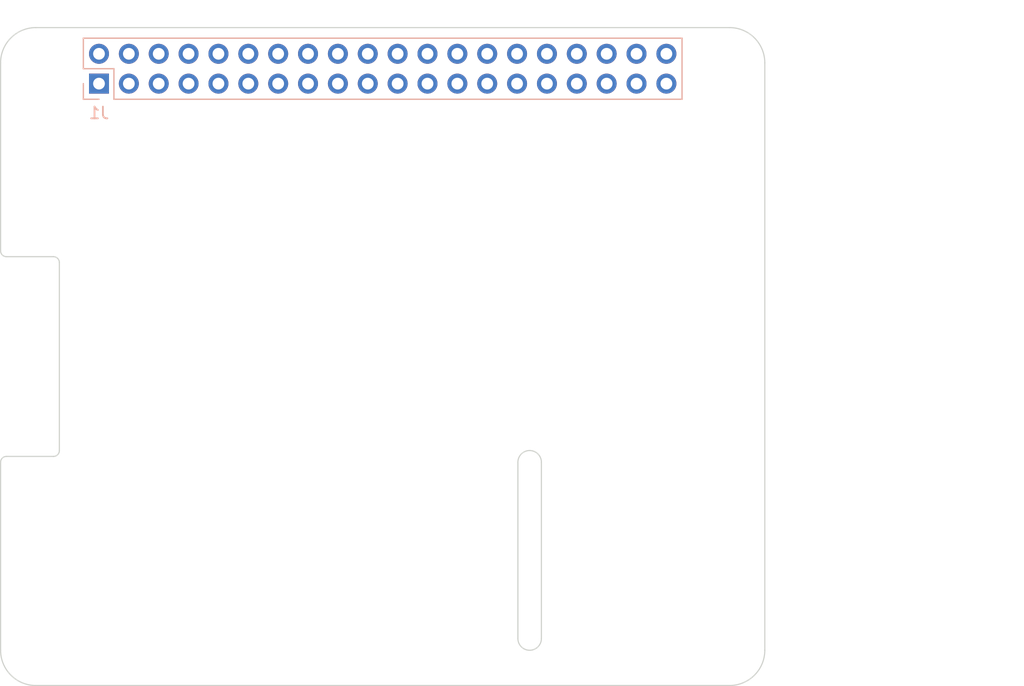
<source format=kicad_pcb>
(kicad_pcb (version 20221018) (generator pcbnew)
  (title_block (date "15 nov 2012"))
  (layers (0 "F.Cu" signal) (31 "B.Cu" signal) (34 "B.Paste" user) (35 "F.Paste" user) (36 "B.SilkS" user "B.Silkscreen") (37 "F.SilkS" user "F.Silkscreen") (38 "B.Mask" user) (39 "F.Mask" user) (44 "Edge.Cuts" user))
  (net 0 "")
  (net 1 "GND")
  (net 2 "/GPIO2{slash}SDA1")
  (net 3 "/GPIO3{slash}SCL1")
  (net 4 "/GPIO4{slash}GPCLK0")
  (net 5 "/GPIO14{slash}TXD0")
  (net 6 "/GPIO15{slash}RXD0")
  (net 7 "/GPIO17")
  (net 8 "/GPIO18{slash}PCM.CLK")
  (net 9 "/GPIO27")
  (net 10 "/GPIO22")
  (net 11 "/GPIO23")
  (net 12 "/GPIO24")
  (net 13 "/GPIO10{slash}SPI0.MOSI")
  (net 14 "/GPIO9{slash}SPI0.MISO")
  (net 15 "/GPIO25")
  (net 16 "/GPIO11{slash}SPI0.SCLK")
  (net 17 "/GPIO8{slash}SPI0.CE0")
  (net 18 "/GPIO7{slash}SPI0.CE1")
  (net 19 "/ID_SDA")
  (net 20 "/ID_SCL")
  (net 21 "/GPIO5")
  (net 22 "/GPIO6")
  (net 23 "/GPIO12{slash}PWM0")
  (net 24 "/GPIO13{slash}PWM1")
  (net 25 "/GPIO19{slash}PCM.FS")
  (net 26 "/GPIO16")
  (net 27 "/GPIO26")
  (net 28 "/GPIO20{slash}PCM.DIN")
  (net 29 "/GPIO21{slash}PCM.DOUT")
  (net 30 "+5V")
  (net 31 "+3V3")
  (footprint "MountingHole:MountingHole_2.7mm_M2.5" (layer "F.Cu") (at 161.5 47.5)
    (fp_text reference "MH2" hide)
    (fp_text value "MountingHole_2.7mm_M2.5" hide)
    (pad "" np_thru_hole circle locked (at 0 0) (size 2.7 2.7) (drill 2.7) (layers "*.Cu" "*.Mask"))
  )
  (footprint "MountingHole:MountingHole_2.7mm_M2.5" (layer "F.Cu") (at 103.5 96.5)
    (fp_text reference "MH3" hide)
    (fp_text value "MountingHole_2.7mm_M2.5" hide)
    (pad "" np_thru_hole circle locked (at 0 0) (size 2.7 2.7) (drill 2.7) (layers "*.Cu" "*.Mask"))
  )
  (footprint "MountingHole:MountingHole_2.7mm_M2.5" (layer "F.Cu") (at 103.5 47.5)
    (fp_text reference "MH1" hide)
    (fp_text value "MountingHole_2.7mm_M2.5" hide)
    (pad "" np_thru_hole circle locked (at 0 0) (size 2.7 2.7) (drill 2.7) (layers "*.Cu" "*.Mask"))
  )
  (footprint "MountingHole:MountingHole_2.7mm_M2.5" (layer "F.Cu") (at 161.5 96.5)
    (fp_text reference "MH4" hide)
    (fp_text value "MountingHole_2.7mm_M2.5" hide)
    (pad "" np_thru_hole circle locked (at 0 0) (size 2.7 2.7) (drill 2.7) (layers "*.Cu" "*.Mask"))
  )
  (footprint "Connector_PinSocket_2.54mm:PinSocket_2x20_P2.54mm_Vertical" (layer "B.Cu") (at 108.37 48.77 -90)
    (fp_text reference "J1" (at 2.5 0) (layer "B.SilkS") (effects (justify mirror)))
    (fp_text value "GPIO")
    (fp_line (start -3.87 -49.59) (end 1.33 -49.59) (stroke (width 0.12)) (layer "B.SilkS"))
    (fp_line (start -3.87 1.33) (end -3.87 -49.59) (stroke (width 0.12)) (layer "B.SilkS"))
    (fp_line (start -3.87 1.33) (end -1.27 1.33) (stroke (width 0.12)) (layer "B.SilkS"))
    (fp_line (start -1.27 -1.27) (end 1.33 -1.27) (stroke (width 0.12)) (layer "B.SilkS"))
    (fp_line (start -1.27 1.33) (end -1.27 -1.27) (stroke (width 0.12)) (layer "B.SilkS"))
    (fp_line (start 0 1.33) (end 1.33 1.33) (stroke (width 0.12)) (layer "B.SilkS"))
    (fp_line (start 1.33 -1.27) (end 1.33 -49.59) (stroke (width 0.12)) (layer "B.SilkS"))
    (fp_line (start 1.33 1.33) (end 1.33 0) (stroke (width 0.12)) (layer "B.SilkS"))
    (pad "1" thru_hole rect (at 0 0 270) (size 1.7 1.7) (drill 1) (layers "*.Cu" "*.Mask") (net 31 "+3V3"))
    (pad "2" thru_hole oval (at -2.54 0 270) (size 1.7 1.7) (drill 1) (layers "*.Cu" "*.Mask") (net 30 "+5V"))
    (pad "3" thru_hole oval (at 0 -2.54 270) (size 1.7 1.7) (drill 1) (layers "*.Cu" "*.Mask") (net 2 "/GPIO2{slash}SDA1"))
    (pad "4" thru_hole oval (at -2.54 -2.54 270) (size 1.7 1.7) (drill 1) (layers "*.Cu" "*.Mask") (net 30 "+5V"))
    (pad "5" thru_hole oval (at 0 -5.08 270) (size 1.7 1.7) (drill 1) (layers "*.Cu" "*.Mask") (net 3 "/GPIO3{slash}SCL1"))
    (pad "6" thru_hole oval (at -2.54 -5.08 270) (size 1.7 1.7) (drill 1) (layers "*.Cu" "*.Mask") (net 1 "GND"))
    (pad "7" thru_hole oval (at 0 -7.62 270) (size 1.7 1.7) (drill 1) (layers "*.Cu" "*.Mask") (net 4 "/GPIO4{slash}GPCLK0"))
    (pad "8" thru_hole oval (at -2.54 -7.62 270) (size 1.7 1.7) (drill 1) (layers "*.Cu" "*.Mask") (net 5 "/GPIO14{slash}TXD0"))
    (pad "9" thru_hole oval (at 0 -10.16 270) (size 1.7 1.7) (drill 1) (layers "*.Cu" "*.Mask") (net 1 "GND"))
    (pad "10" thru_hole oval (at -2.54 -10.16 270) (size 1.7 1.7) (drill 1) (layers "*.Cu" "*.Mask") (net 6 "/GPIO15{slash}RXD0"))
    (pad "11" thru_hole oval (at 0 -12.7 270) (size 1.7 1.7) (drill 1) (layers "*.Cu" "*.Mask") (net 7 "/GPIO17"))
    (pad "12" thru_hole oval (at -2.54 -12.7 270) (size 1.7 1.7) (drill 1) (layers "*.Cu" "*.Mask") (net 8 "/GPIO18{slash}PCM.CLK"))
    (pad "13" thru_hole oval (at 0 -15.24 270) (size 1.7 1.7) (drill 1) (layers "*.Cu" "*.Mask") (net 9 "/GPIO27"))
    (pad "14" thru_hole oval (at -2.54 -15.24 270) (size 1.7 1.7) (drill 1) (layers "*.Cu" "*.Mask") (net 1 "GND"))
    (pad "15" thru_hole oval (at 0 -17.78 270) (size 1.7 1.7) (drill 1) (layers "*.Cu" "*.Mask") (net 10 "/GPIO22"))
    (pad "16" thru_hole oval (at -2.54 -17.78 270) (size 1.7 1.7) (drill 1) (layers "*.Cu" "*.Mask") (net 11 "/GPIO23"))
    (pad "17" thru_hole oval (at 0 -20.32 270) (size 1.7 1.7) (drill 1) (layers "*.Cu" "*.Mask") (net 31 "+3V3"))
    (pad "18" thru_hole oval (at -2.54 -20.32 270) (size 1.7 1.7) (drill 1) (layers "*.Cu" "*.Mask") (net 12 "/GPIO24"))
    (pad "19" thru_hole oval (at 0 -22.86 270) (size 1.7 1.7) (drill 1) (layers "*.Cu" "*.Mask") (net 13 "/GPIO10{slash}SPI0.MOSI"))
    (pad "20" thru_hole oval (at -2.54 -22.86 270) (size 1.7 1.7) (drill 1) (layers "*.Cu" "*.Mask") (net 1 "GND"))
    (pad "21" thru_hole oval (at 0 -25.4 270) (size 1.7 1.7) (drill 1) (layers "*.Cu" "*.Mask") (net 14 "/GPIO9{slash}SPI0.MISO"))
    (pad "22" thru_hole oval (at -2.54 -25.4 270) (size 1.7 1.7) (drill 1) (layers "*.Cu" "*.Mask") (net 15 "/GPIO25"))
    (pad "23" thru_hole oval (at 0 -27.94 270) (size 1.7 1.7) (drill 1) (layers "*.Cu" "*.Mask") (net 16 "/GPIO11{slash}SPI0.SCLK"))
    (pad "24" thru_hole oval (at -2.54 -27.94 270) (size 1.7 1.7) (drill 1) (layers "*.Cu" "*.Mask") (net 17 "/GPIO8{slash}SPI0.CE0"))
    (pad "25" thru_hole oval (at 0 -30.48 270) (size 1.7 1.7) (drill 1) (layers "*.Cu" "*.Mask") (net 1 "GND"))
    (pad "26" thru_hole oval (at -2.54 -30.48 270) (size 1.7 1.7) (drill 1) (layers "*.Cu" "*.Mask") (net 18 "/GPIO7{slash}SPI0.CE1"))
    (pad "27" thru_hole oval (at 0 -33.02 270) (size 1.7 1.7) (drill 1) (layers "*.Cu" "*.Mask") (net 19 "/ID_SDA"))
    (pad "28" thru_hole oval (at -2.54 -33.02 270) (size 1.7 1.7) (drill 1) (layers "*.Cu" "*.Mask") (net 20 "/ID_SCL"))
    (pad "29" thru_hole oval (at 0 -35.56 270) (size 1.7 1.7) (drill 1) (layers "*.Cu" "*.Mask") (net 21 "/GPIO5"))
    (pad "30" thru_hole oval (at -2.54 -35.56 270) (size 1.7 1.7) (drill 1) (layers "*.Cu" "*.Mask") (net 1 "GND"))
    (pad "31" thru_hole oval (at 0 -38.1 270) (size 1.7 1.7) (drill 1) (layers "*.Cu" "*.Mask") (net 22 "/GPIO6"))
    (pad "32" thru_hole oval (at -2.54 -38.1 270) (size 1.7 1.7) (drill 1) (layers "*.Cu" "*.Mask") (net 23 "/GPIO12{slash}PWM0"))
    (pad "33" thru_hole oval (at 0 -40.64 270) (size 1.7 1.7) (drill 1) (layers "*.Cu" "*.Mask") (net 24 "/GPIO13{slash}PWM1"))
    (pad "34" thru_hole oval (at -2.54 -40.64 270) (size 1.7 1.7) (drill 1) (layers "*.Cu" "*.Mask") (net 1 "GND"))
    (pad "35" thru_hole oval (at 0 -43.18 270) (size 1.7 1.7) (drill 1) (layers "*.Cu" "*.Mask") (net 25 "/GPIO19{slash}PCM.FS"))
    (pad "36" thru_hole oval (at -2.54 -43.18 270) (size 1.7 1.7) (drill 1) (layers "*.Cu" "*.Mask") (net 26 "/GPIO16"))
    (pad "37" thru_hole oval (at 0 -45.72 270) (size 1.7 1.7) (drill 1) (layers "*.Cu" "*.Mask") (net 27 "/GPIO26"))
    (pad "38" thru_hole oval (at -2.54 -45.72 270) (size 1.7 1.7) (drill 1) (layers "*.Cu" "*.Mask") (net 28 "/GPIO20{slash}PCM.DIN"))
    (pad "39" thru_hole oval (at 0 -48.26 270) (size 1.7 1.7) (drill 1) (layers "*.Cu" "*.Mask") (net 1 "GND"))
    (pad "40" thru_hole oval (at -2.54 -48.26 270) (size 1.7 1.7) (drill 1) (layers "*.Cu" "*.Mask") (net 29 "/GPIO21{slash}PCM.DOUT"))
  )
  (gr_arc (start 100.5 63.5) (mid 100.146447 63.353553) (end 100 63) (stroke (width 0.1)) (layer "Edge.Cuts"))
  (gr_arc (start 162 44) (mid 164.12132 44.87868) (end 165 47) (stroke (width 0.1)) (layer "Edge.Cuts"))
  (gr_line (start 165 97) (end 165 47) (stroke (width 0.1)) (layer "Edge.Cuts"))
  (gr_line (start 100 47) (end 100 63) (stroke (width 0.1)) (layer "Edge.Cuts"))
  (gr_line (start 146 81) (end 146 96) (stroke (width 0.1)) (layer "Edge.Cuts"))
  (gr_line (start 144 96) (end 144 81) (stroke (width 0.1)) (layer "Edge.Cuts"))
  (gr_arc (start 103 100) (mid 100.87868 99.12132) (end 100 97) (stroke (width 0.1)) (layer "Edge.Cuts"))
  (gr_line (start 103 100) (end 162 100) (stroke (width 0.1)) (layer "Edge.Cuts"))
  (gr_line (start 104.5 80.5) (end 100.5 80.5) (stroke (width 0.1)) (layer "Edge.Cuts"))
  (gr_arc (start 144 81) (mid 145 80) (end 146 81) (stroke (width 0.1)) (layer "Edge.Cuts"))
  (gr_arc (start 100 81) (mid 100.146138 80.646755) (end 100.499127 80.500001) (stroke (width 0.1)) (layer "Edge.Cuts"))
  (gr_arc (start 165 97) (mid 164.12132 99.12132) (end 162 100) (stroke (width 0.1)) (layer "Edge.Cuts"))
  (gr_line (start 105 64) (end 105 80) (stroke (width 0.1)) (layer "Edge.Cuts"))
  (gr_arc (start 100 47) (mid 100.87868 44.87868) (end 103 44) (stroke (width 0.1)) (layer "Edge.Cuts"))
  (gr_arc (start 146 96) (mid 145 97) (end 144 96) (stroke (width 0.1)) (layer "Edge.Cuts"))
  (gr_line (start 100 81) (end 100 97) (stroke (width 0.1)) (layer "Edge.Cuts"))
  (gr_line (start 100.5 63.5) (end 104.5 63.5) (stroke (width 0.1)) (layer "Edge.Cuts"))
  (gr_arc (start 105 80) (mid 104.853553 80.353553) (end 104.5 80.5) (stroke (width 0.1)) (layer "Edge.Cuts"))
  (gr_arc (start 104.5 63.5) (mid 104.853553 63.646447) (end 105 64) (stroke (width 0.1)) (layer "Edge.Cuts"))
  (gr_line (start 162 44) (end 103 44) (stroke (width 0.1)) (layer "Edge.Cuts"))
)
</source>
